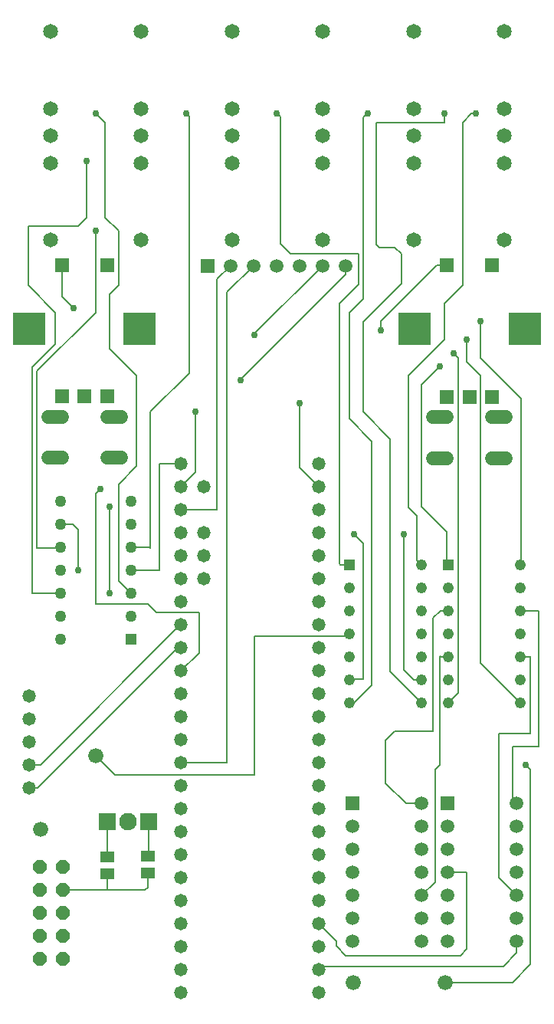
<source format=gbr>
G04 EAGLE Gerber RS-274X export*
G75*
%MOMM*%
%FSLAX34Y34*%
%LPD*%
%INTop Copper*%
%IPPOS*%
%AMOC8*
5,1,8,0,0,1.08239X$1,22.5*%
G01*
%ADD10C,1.676400*%
%ADD11R,1.508000X1.508000*%
%ADD12R,3.556000X3.556000*%
%ADD13P,1.649562X8X112.500000*%
%ADD14C,1.473200*%
%ADD15R,1.930400X1.930400*%
%ADD16C,1.930400*%
%ADD17C,1.650000*%
%ADD18C,1.524000*%
%ADD19C,1.508000*%
%ADD20R,1.267000X1.267000*%
%ADD21C,1.267000*%
%ADD22R,1.238000X1.238000*%
%ADD23C,1.238000*%
%ADD24R,1.498600X1.498600*%
%ADD25C,1.498600*%
%ADD26R,1.500000X1.300000*%
%ADD27C,0.152400*%
%ADD28C,0.756400*%
%ADD29C,0.152400*%


D10*
X39090Y203673D03*
X99950Y285027D03*
D11*
X62350Y681920D03*
X87350Y681920D03*
X112350Y681920D03*
X62350Y826920D03*
X112350Y826920D03*
D12*
X26350Y756920D03*
X148350Y756920D03*
D13*
X38310Y60450D03*
X38310Y85850D03*
X38310Y111250D03*
X38310Y136650D03*
X38310Y162050D03*
X63710Y60450D03*
X63710Y85850D03*
X63710Y111250D03*
X63710Y136650D03*
X63710Y162050D03*
D14*
X346160Y556610D03*
X346160Y531210D03*
X346160Y505810D03*
X346160Y480410D03*
X346160Y455010D03*
X346160Y429610D03*
X346160Y404210D03*
X346160Y378810D03*
X346160Y353410D03*
X346160Y328010D03*
X346160Y302610D03*
X346160Y277210D03*
X193760Y277210D03*
X193760Y302610D03*
X193760Y328010D03*
X193760Y353410D03*
X193760Y378810D03*
X193760Y404210D03*
X193760Y429610D03*
X193760Y455010D03*
X193760Y480410D03*
X193760Y505810D03*
X193760Y531210D03*
X346160Y582010D03*
X193760Y556610D03*
X193760Y582010D03*
X346160Y607410D03*
X193760Y607410D03*
X346160Y251810D03*
X193760Y251810D03*
X346160Y226410D03*
X346160Y201010D03*
X346160Y175610D03*
X346160Y150210D03*
X346160Y124810D03*
X346160Y99410D03*
X346160Y74010D03*
X346160Y48610D03*
X346160Y23210D03*
X193760Y23210D03*
X193760Y48610D03*
X193760Y74010D03*
X193760Y99410D03*
X193760Y124810D03*
X193760Y150210D03*
X193760Y175610D03*
X193760Y201010D03*
X193760Y226410D03*
X219160Y582010D03*
X219160Y531210D03*
X219160Y505810D03*
X219160Y480410D03*
D15*
X112660Y212744D03*
D16*
X135520Y212744D03*
D15*
X158380Y212744D03*
D17*
X551180Y855002D03*
X551180Y940002D03*
X551180Y970002D03*
X250190Y1085050D03*
X250190Y1000050D03*
X250190Y970050D03*
X149860Y1085050D03*
X149860Y1000050D03*
X149860Y970050D03*
X49530Y1085050D03*
X49530Y1000050D03*
X49530Y970050D03*
X450850Y855002D03*
X450850Y940002D03*
X450850Y970002D03*
X350520Y855002D03*
X350520Y940002D03*
X350520Y970002D03*
X250190Y855002D03*
X250190Y940002D03*
X250190Y970002D03*
X149860Y855002D03*
X149860Y940002D03*
X149860Y970002D03*
X49530Y855002D03*
X49530Y940002D03*
X49530Y970002D03*
X551180Y1085050D03*
X551180Y1000050D03*
X551180Y970050D03*
X450850Y1085050D03*
X450850Y1000050D03*
X450850Y970050D03*
X350520Y1085050D03*
X350520Y1000050D03*
X350520Y970050D03*
D18*
X127582Y614364D02*
X112342Y614364D01*
X112342Y659576D02*
X127582Y659576D01*
X62558Y614364D02*
X47318Y614364D01*
X47318Y659576D02*
X62558Y659576D01*
X537772Y614164D02*
X553012Y614164D01*
X553012Y659376D02*
X537772Y659376D01*
X487988Y614164D02*
X472748Y614164D01*
X472748Y659376D02*
X487988Y659376D01*
D11*
X487780Y681820D03*
X512780Y681820D03*
X537780Y681820D03*
X487780Y826820D03*
X537780Y826820D03*
D12*
X451780Y756820D03*
X573780Y756820D03*
D11*
X223250Y826600D03*
D19*
X248650Y826600D03*
X274050Y826600D03*
X299450Y826600D03*
X324850Y826600D03*
X350250Y826600D03*
X375650Y826600D03*
D20*
X139050Y413800D03*
D21*
X139050Y439200D03*
X139050Y464600D03*
X139050Y490000D03*
X139050Y515400D03*
X139050Y540800D03*
X139050Y566200D03*
X60950Y566200D03*
X60950Y540800D03*
X60950Y515400D03*
X60950Y490000D03*
X60950Y464600D03*
X60950Y439200D03*
X60950Y413800D03*
D22*
X489200Y496200D03*
D23*
X489200Y470800D03*
X489200Y445400D03*
X489200Y420000D03*
X489200Y394600D03*
X489200Y369200D03*
X489200Y343800D03*
X568600Y343800D03*
X568600Y369200D03*
X568600Y394600D03*
X568600Y420000D03*
X568600Y445400D03*
X568600Y470800D03*
X568600Y496200D03*
D22*
X380300Y496200D03*
D23*
X380300Y470800D03*
X380300Y445400D03*
X380300Y420000D03*
X380300Y394600D03*
X380300Y369200D03*
X380300Y343800D03*
X459700Y343800D03*
X459700Y369200D03*
X459700Y394600D03*
X459700Y420000D03*
X459700Y445400D03*
X459700Y470800D03*
X459700Y496200D03*
D10*
X485800Y35000D03*
X384200Y35000D03*
D24*
X383800Y232400D03*
D25*
X383800Y207000D03*
X383800Y181600D03*
X383800Y156200D03*
X383800Y130800D03*
X383800Y105400D03*
X383800Y80000D03*
X460000Y80000D03*
X460000Y105400D03*
X460000Y130800D03*
X460000Y156200D03*
X460000Y181600D03*
X460000Y207000D03*
X460000Y232400D03*
D24*
X488800Y232400D03*
D25*
X488800Y207000D03*
X488800Y181600D03*
X488800Y156200D03*
X488800Y130800D03*
X488800Y105400D03*
X488800Y80000D03*
X565000Y80000D03*
X565000Y105400D03*
X565000Y130800D03*
X565000Y156200D03*
X565000Y181600D03*
X565000Y207000D03*
X565000Y232400D03*
D14*
X25760Y350880D03*
X25760Y325480D03*
X25760Y300080D03*
X25760Y274680D03*
X25760Y249280D03*
D26*
X112500Y173800D03*
X112500Y154800D03*
X157500Y174500D03*
X157500Y155500D03*
D27*
X210000Y598250D02*
X210000Y665000D01*
X210000Y598250D02*
X193760Y582010D01*
D28*
X210000Y665000D03*
D27*
X112500Y136650D02*
X63710Y136650D01*
X112500Y136650D02*
X154150Y136650D01*
X157500Y140000D02*
X157500Y155500D01*
X157500Y140000D02*
X154150Y136650D01*
X112500Y136650D02*
X112500Y154800D01*
X120950Y264027D02*
X275000Y264027D01*
X120950Y264027D02*
X99950Y285027D01*
X275000Y264027D02*
X275000Y417700D01*
X378000Y417700D02*
X380300Y420000D01*
X378000Y417700D02*
X275000Y417700D01*
X112660Y213148D02*
X112500Y213072D01*
X112500Y173800D01*
X112660Y212744D02*
X112660Y213148D01*
X139050Y490000D02*
X170000Y490000D01*
X170000Y607400D01*
X193750Y607400D02*
X193760Y607410D01*
X193750Y607400D02*
X170000Y607400D01*
X158380Y212744D02*
X158380Y174880D01*
X157500Y174500D01*
X233525Y811475D02*
X248650Y826600D01*
X233525Y811475D02*
X233525Y556610D01*
X193760Y556610D01*
X75000Y780000D02*
X62350Y792650D01*
X62350Y826920D01*
D28*
X75000Y780000D03*
D27*
X325000Y675000D02*
X325000Y603170D01*
X346160Y582010D01*
D28*
X325000Y675000D03*
X415000Y755000D03*
D27*
X476820Y826820D02*
X487780Y826820D01*
X476820Y826820D02*
X415000Y765000D01*
X415000Y755000D01*
X245000Y277210D02*
X193760Y277210D01*
X245000Y797550D02*
X274050Y826600D01*
X245000Y797550D02*
X245000Y277210D01*
X375650Y816600D02*
X375650Y826600D01*
X375650Y816600D02*
X260000Y700950D01*
X260000Y700000D01*
D28*
X260000Y700000D03*
X275000Y750000D03*
D27*
X275000Y751350D02*
X350250Y826600D01*
X275000Y751350D02*
X275000Y750000D01*
X213760Y443500D02*
X213760Y398810D01*
X193760Y378810D01*
X157500Y452500D02*
X100000Y452500D01*
X100000Y575000D02*
X105000Y580000D01*
D28*
X105000Y580000D03*
D27*
X166500Y443500D02*
X213760Y443500D01*
X166500Y443500D02*
X157500Y452500D01*
X100000Y452500D02*
X100000Y575000D01*
X26080Y275000D02*
X25760Y274680D01*
X26080Y275000D02*
X38580Y275000D01*
X193190Y429610D02*
X193760Y429610D01*
X193190Y429610D02*
X39290Y275710D01*
X38580Y275000D01*
D29*
X39290Y275710D03*
D27*
X35760Y249280D02*
X25760Y249280D01*
X190690Y404210D02*
X193760Y404210D01*
X190690Y404210D02*
X35760Y249280D01*
D28*
X80000Y490000D03*
D27*
X80000Y535000D01*
X74200Y540800D02*
X60950Y540800D01*
X74200Y540800D02*
X80000Y535000D01*
D28*
X100000Y995000D03*
D27*
X110000Y985000D01*
X110000Y880000D01*
X125000Y865000D02*
X125000Y805000D01*
X125000Y478650D02*
X139050Y464600D01*
X125000Y478650D02*
X125000Y585000D01*
X145000Y605000D01*
X145000Y705000D01*
X115000Y735000D02*
X115000Y795000D01*
X125000Y805000D01*
X115000Y735000D02*
X145000Y705000D01*
X125000Y865000D02*
X110000Y880000D01*
D28*
X115000Y465000D03*
D27*
X115000Y560000D01*
D28*
X115000Y560000D03*
X200000Y995000D03*
D27*
X202772Y992228D01*
X202772Y707772D01*
X160000Y665000D01*
X160000Y515000D01*
X159600Y515400D01*
X139050Y515400D01*
D28*
X100000Y865000D03*
D27*
X100000Y775000D01*
X35000Y710000D01*
X35000Y515000D01*
X60550Y515000D01*
X60950Y515400D01*
D28*
X90000Y942500D03*
D27*
X29277Y714454D02*
X29277Y465000D01*
X60550Y465000D01*
X60950Y464600D01*
X55000Y740177D02*
X55000Y775000D01*
X55000Y740177D02*
X29277Y714454D01*
X55000Y775000D02*
X25000Y805000D01*
X25000Y870000D01*
X90000Y880000D02*
X90000Y942500D01*
X80000Y870000D02*
X25000Y870000D01*
X80000Y870000D02*
X90000Y880000D01*
D28*
X495000Y730000D03*
D27*
X500000Y725000D01*
X500000Y354600D02*
X489200Y343800D01*
X500000Y354600D02*
X500000Y725000D01*
D28*
X510000Y745000D03*
D27*
X510000Y720000D01*
X525000Y705000D01*
X525000Y387400D02*
X568600Y343800D01*
X525000Y387400D02*
X525000Y705000D01*
D28*
X480000Y715000D03*
D27*
X460000Y695000D01*
X460000Y560000D01*
X487500Y496200D02*
X489200Y496200D01*
X487500Y496200D02*
X487500Y532500D01*
X460000Y560000D01*
D28*
X525000Y765000D03*
D27*
X525000Y725000D01*
X570000Y680000D01*
X570000Y497600D01*
X568600Y496200D01*
X560000Y35000D02*
X485800Y35000D01*
X560000Y35000D02*
X580000Y55000D01*
X580000Y270000D01*
D28*
X575000Y275000D03*
D27*
X580000Y270000D01*
D28*
X300000Y995000D03*
D27*
X368932Y785000D02*
X368932Y497568D01*
X370300Y496200D02*
X380300Y496200D01*
X370300Y496200D02*
X368932Y497568D01*
X315000Y840000D02*
X303932Y851068D01*
X303932Y991068D02*
X300000Y995000D01*
X303932Y991068D02*
X303932Y851068D01*
X390000Y840000D02*
X390000Y806068D01*
X390000Y840000D02*
X315000Y840000D01*
X368932Y785000D02*
X390000Y806068D01*
D28*
X400000Y995000D03*
D27*
X405000Y363500D02*
X385300Y343800D01*
X380300Y343800D01*
X405000Y363500D02*
X405000Y632727D01*
X395688Y990688D02*
X400000Y995000D01*
X395688Y990688D02*
X395688Y790000D01*
X380000Y774312D01*
X380000Y657727D01*
X405000Y632727D01*
D28*
X385000Y530000D03*
D27*
X395000Y520000D01*
X395000Y370000D01*
X381100Y370000D01*
X380300Y369200D01*
D28*
X440000Y530000D03*
D27*
X440000Y380000D01*
X450800Y369200D01*
X459700Y369200D01*
D28*
X485000Y995000D03*
D27*
X485000Y985000D01*
X425000Y378500D02*
X459700Y343800D01*
X425000Y378500D02*
X425000Y635000D01*
X395000Y764607D02*
X437532Y807139D01*
X410000Y985000D02*
X485000Y985000D01*
X410000Y985000D02*
X410000Y850000D01*
X437532Y839471D02*
X437532Y807139D01*
X437532Y839471D02*
X430276Y846727D01*
X413273Y846727D01*
X410000Y850000D01*
X395000Y665000D02*
X425000Y635000D01*
X395000Y665000D02*
X395000Y764607D01*
D28*
X520000Y995000D03*
D27*
X454700Y550000D02*
X454700Y501200D01*
X459700Y496200D01*
X505000Y805000D02*
X505000Y985000D01*
X445000Y559700D02*
X454700Y550000D01*
X445000Y559700D02*
X445000Y705000D01*
X485000Y745000D01*
X485000Y785000D02*
X505000Y805000D01*
X485000Y785000D02*
X485000Y745000D01*
X505000Y985000D02*
X515000Y995000D01*
X520000Y995000D01*
X560000Y295000D02*
X560000Y237400D01*
X565000Y232400D01*
X560000Y295000D02*
X589098Y295000D01*
X589098Y445000D01*
X588698Y445400D01*
X568600Y445400D01*
X545000Y150800D02*
X565000Y130800D01*
X580000Y310000D02*
X545000Y310000D01*
X580000Y310000D02*
X580000Y395000D01*
X579600Y394600D01*
X568600Y394600D01*
X545000Y310000D02*
X545000Y150800D01*
X460000Y232400D02*
X442500Y232400D01*
X472500Y437500D02*
X480400Y445400D01*
X489200Y445400D01*
X420000Y254900D02*
X442500Y232400D01*
X420000Y254900D02*
X420000Y302400D01*
X430100Y312500D01*
X472500Y312500D01*
X472500Y437500D01*
X475000Y145800D02*
X460000Y130800D01*
X475000Y270000D02*
X480000Y275000D01*
X480000Y395000D01*
X480400Y394600D01*
X489200Y394600D01*
X475000Y270000D02*
X475000Y145800D01*
X502500Y64410D02*
X376160Y64410D01*
X365285Y75285D01*
X488800Y156200D02*
X510000Y156200D01*
X510000Y71910D02*
X502500Y64410D01*
X510000Y71910D02*
X510000Y156200D01*
X365285Y80285D02*
X346160Y99410D01*
X365285Y80285D02*
X365285Y75285D01*
X350050Y52500D02*
X550000Y52500D01*
X350050Y52500D02*
X346160Y48610D01*
X550000Y52500D02*
X565000Y67500D01*
X565000Y80000D01*
M02*

</source>
